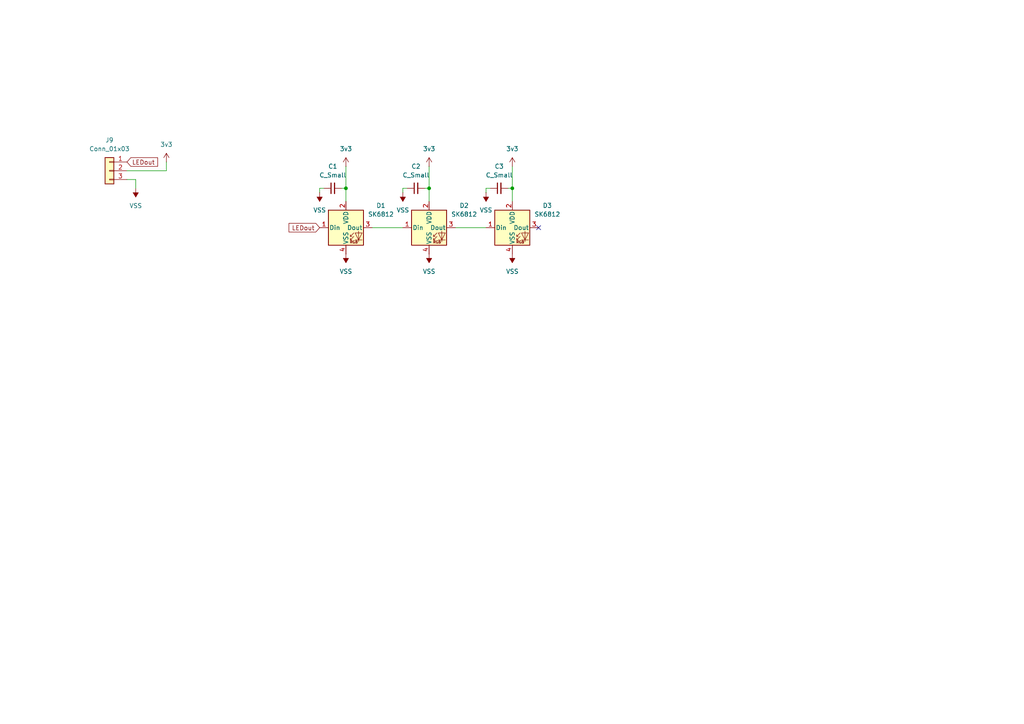
<source format=kicad_sch>
(kicad_sch
	(version 20250114)
	(generator "eeschema")
	(generator_version "9.0")
	(uuid "625436fa-612d-48e4-8c90-9e8e470b948e")
	(paper "A4")
	(lib_symbols
		(symbol "Connector_Generic:Conn_01x03"
			(pin_names
				(offset 1.016)
				(hide yes)
			)
			(exclude_from_sim no)
			(in_bom yes)
			(on_board yes)
			(property "Reference" "J"
				(at 0 5.08 0)
				(effects
					(font
						(size 1.27 1.27)
					)
				)
			)
			(property "Value" "Conn_01x03"
				(at 0 -5.08 0)
				(effects
					(font
						(size 1.27 1.27)
					)
				)
			)
			(property "Footprint" ""
				(at 0 0 0)
				(effects
					(font
						(size 1.27 1.27)
					)
					(hide yes)
				)
			)
			(property "Datasheet" "~"
				(at 0 0 0)
				(effects
					(font
						(size 1.27 1.27)
					)
					(hide yes)
				)
			)
			(property "Description" "Generic connector, single row, 01x03, script generated (kicad-library-utils/schlib/autogen/connector/)"
				(at 0 0 0)
				(effects
					(font
						(size 1.27 1.27)
					)
					(hide yes)
				)
			)
			(property "ki_keywords" "connector"
				(at 0 0 0)
				(effects
					(font
						(size 1.27 1.27)
					)
					(hide yes)
				)
			)
			(property "ki_fp_filters" "Connector*:*_1x??_*"
				(at 0 0 0)
				(effects
					(font
						(size 1.27 1.27)
					)
					(hide yes)
				)
			)
			(symbol "Conn_01x03_1_1"
				(rectangle
					(start -1.27 3.81)
					(end 1.27 -3.81)
					(stroke
						(width 0.254)
						(type default)
					)
					(fill
						(type background)
					)
				)
				(rectangle
					(start -1.27 2.667)
					(end 0 2.413)
					(stroke
						(width 0.1524)
						(type default)
					)
					(fill
						(type none)
					)
				)
				(rectangle
					(start -1.27 0.127)
					(end 0 -0.127)
					(stroke
						(width 0.1524)
						(type default)
					)
					(fill
						(type none)
					)
				)
				(rectangle
					(start -1.27 -2.413)
					(end 0 -2.667)
					(stroke
						(width 0.1524)
						(type default)
					)
					(fill
						(type none)
					)
				)
				(pin passive line
					(at -5.08 2.54 0)
					(length 3.81)
					(name "Pin_1"
						(effects
							(font
								(size 1.27 1.27)
							)
						)
					)
					(number "1"
						(effects
							(font
								(size 1.27 1.27)
							)
						)
					)
				)
				(pin passive line
					(at -5.08 0 0)
					(length 3.81)
					(name "Pin_2"
						(effects
							(font
								(size 1.27 1.27)
							)
						)
					)
					(number "2"
						(effects
							(font
								(size 1.27 1.27)
							)
						)
					)
				)
				(pin passive line
					(at -5.08 -2.54 0)
					(length 3.81)
					(name "Pin_3"
						(effects
							(font
								(size 1.27 1.27)
							)
						)
					)
					(number "3"
						(effects
							(font
								(size 1.27 1.27)
							)
						)
					)
				)
			)
			(embedded_fonts no)
		)
		(symbol "Device:C_Small"
			(pin_numbers
				(hide yes)
			)
			(pin_names
				(offset 0.254)
				(hide yes)
			)
			(exclude_from_sim no)
			(in_bom yes)
			(on_board yes)
			(property "Reference" "C"
				(at 0.254 1.778 0)
				(effects
					(font
						(size 1.27 1.27)
					)
					(justify left)
				)
			)
			(property "Value" "C_Small"
				(at 0.254 -2.032 0)
				(effects
					(font
						(size 1.27 1.27)
					)
					(justify left)
				)
			)
			(property "Footprint" ""
				(at 0 0 0)
				(effects
					(font
						(size 1.27 1.27)
					)
					(hide yes)
				)
			)
			(property "Datasheet" "~"
				(at 0 0 0)
				(effects
					(font
						(size 1.27 1.27)
					)
					(hide yes)
				)
			)
			(property "Description" "Unpolarized capacitor, small symbol"
				(at 0 0 0)
				(effects
					(font
						(size 1.27 1.27)
					)
					(hide yes)
				)
			)
			(property "ki_keywords" "capacitor cap"
				(at 0 0 0)
				(effects
					(font
						(size 1.27 1.27)
					)
					(hide yes)
				)
			)
			(property "ki_fp_filters" "C_*"
				(at 0 0 0)
				(effects
					(font
						(size 1.27 1.27)
					)
					(hide yes)
				)
			)
			(symbol "C_Small_0_1"
				(polyline
					(pts
						(xy -1.524 0.508) (xy 1.524 0.508)
					)
					(stroke
						(width 0.3048)
						(type default)
					)
					(fill
						(type none)
					)
				)
				(polyline
					(pts
						(xy -1.524 -0.508) (xy 1.524 -0.508)
					)
					(stroke
						(width 0.3302)
						(type default)
					)
					(fill
						(type none)
					)
				)
			)
			(symbol "C_Small_1_1"
				(pin passive line
					(at 0 2.54 270)
					(length 2.032)
					(name "~"
						(effects
							(font
								(size 1.27 1.27)
							)
						)
					)
					(number "1"
						(effects
							(font
								(size 1.27 1.27)
							)
						)
					)
				)
				(pin passive line
					(at 0 -2.54 90)
					(length 2.032)
					(name "~"
						(effects
							(font
								(size 1.27 1.27)
							)
						)
					)
					(number "2"
						(effects
							(font
								(size 1.27 1.27)
							)
						)
					)
				)
			)
			(embedded_fonts no)
		)
		(symbol "SK6812_Side:SK6812"
			(pin_names
				(offset 0.254)
			)
			(exclude_from_sim no)
			(in_bom yes)
			(on_board yes)
			(property "Reference" "D1"
				(at 10.16 6.4202 0)
				(effects
					(font
						(size 1.27 1.27)
					)
				)
			)
			(property "Value" "SK6812"
				(at 10.16 3.8802 0)
				(effects
					(font
						(size 1.27 1.27)
					)
				)
			)
			(property "Footprint" "UE_LED:SK6812SIDE-A-RVS"
				(at 1.27 -7.62 0)
				(effects
					(font
						(size 1.27 1.27)
					)
					(justify left top)
					(hide yes)
				)
			)
			(property "Datasheet" "https://cdn-shop.adafruit.com/product-files/1138/SK6812+LED+datasheet+.pdf"
				(at 2.54 -9.525 0)
				(effects
					(font
						(size 1.27 1.27)
					)
					(justify left top)
					(hide yes)
				)
			)
			(property "Description" "RGB LED with integrated controller"
				(at 0 0 0)
				(effects
					(font
						(size 1.27 1.27)
					)
					(hide yes)
				)
			)
			(property "ki_keywords" "RGB LED NeoPixel addressable"
				(at 0 0 0)
				(effects
					(font
						(size 1.27 1.27)
					)
					(hide yes)
				)
			)
			(property "ki_fp_filters" "LED*SK6812*PLCC*5.0x5.0mm*P3.2mm*"
				(at 0 0 0)
				(effects
					(font
						(size 1.27 1.27)
					)
					(hide yes)
				)
			)
			(symbol "SK6812_0_0"
				(text "RGB"
					(at 2.286 -4.191 0)
					(effects
						(font
							(size 0.762 0.762)
						)
					)
				)
			)
			(symbol "SK6812_0_1"
				(polyline
					(pts
						(xy 1.27 -2.54) (xy 1.778 -2.54)
					)
					(stroke
						(width 0)
						(type default)
					)
					(fill
						(type none)
					)
				)
				(polyline
					(pts
						(xy 1.27 -3.556) (xy 1.778 -3.556)
					)
					(stroke
						(width 0)
						(type default)
					)
					(fill
						(type none)
					)
				)
				(polyline
					(pts
						(xy 2.286 -1.524) (xy 1.27 -2.54) (xy 1.27 -2.032)
					)
					(stroke
						(width 0)
						(type default)
					)
					(fill
						(type none)
					)
				)
				(polyline
					(pts
						(xy 2.286 -2.54) (xy 1.27 -3.556) (xy 1.27 -3.048)
					)
					(stroke
						(width 0)
						(type default)
					)
					(fill
						(type none)
					)
				)
				(polyline
					(pts
						(xy 3.683 -1.016) (xy 3.683 -3.556) (xy 3.683 -4.064)
					)
					(stroke
						(width 0)
						(type default)
					)
					(fill
						(type none)
					)
				)
				(polyline
					(pts
						(xy 4.699 -1.524) (xy 2.667 -1.524) (xy 3.683 -3.556) (xy 4.699 -1.524)
					)
					(stroke
						(width 0)
						(type default)
					)
					(fill
						(type none)
					)
				)
				(polyline
					(pts
						(xy 4.699 -3.556) (xy 2.667 -3.556)
					)
					(stroke
						(width 0)
						(type default)
					)
					(fill
						(type none)
					)
				)
				(rectangle
					(start 5.08 5.08)
					(end -5.08 -5.08)
					(stroke
						(width 0.254)
						(type default)
					)
					(fill
						(type background)
					)
				)
			)
			(symbol "SK6812_1_1"
				(pin input line
					(at -7.62 0 0)
					(length 2.54)
					(name "Din"
						(effects
							(font
								(size 1.27 1.27)
							)
						)
					)
					(number "1"
						(effects
							(font
								(size 1.27 1.27)
							)
						)
					)
				)
				(pin power_in line
					(at 0 7.62 270)
					(length 2.54)
					(name "VDD"
						(effects
							(font
								(size 1.27 1.27)
							)
						)
					)
					(number "2"
						(effects
							(font
								(size 1.27 1.27)
							)
						)
					)
				)
				(pin power_in line
					(at 0 -7.62 90)
					(length 2.54)
					(name "VSS"
						(effects
							(font
								(size 1.27 1.27)
							)
						)
					)
					(number "4"
						(effects
							(font
								(size 1.27 1.27)
							)
						)
					)
				)
				(pin output line
					(at 7.62 0 180)
					(length 2.54)
					(name "Dout"
						(effects
							(font
								(size 1.27 1.27)
							)
						)
					)
					(number "3"
						(effects
							(font
								(size 1.27 1.27)
							)
						)
					)
				)
			)
			(embedded_fonts no)
		)
		(symbol "power:VCC"
			(power)
			(pin_numbers
				(hide yes)
			)
			(pin_names
				(offset 0)
				(hide yes)
			)
			(exclude_from_sim no)
			(in_bom yes)
			(on_board yes)
			(property "Reference" "#PWR"
				(at 0 -3.81 0)
				(effects
					(font
						(size 1.27 1.27)
					)
					(hide yes)
				)
			)
			(property "Value" "VCC"
				(at 0 3.556 0)
				(effects
					(font
						(size 1.27 1.27)
					)
				)
			)
			(property "Footprint" ""
				(at 0 0 0)
				(effects
					(font
						(size 1.27 1.27)
					)
					(hide yes)
				)
			)
			(property "Datasheet" ""
				(at 0 0 0)
				(effects
					(font
						(size 1.27 1.27)
					)
					(hide yes)
				)
			)
			(property "Description" "Power symbol creates a global label with name \"VCC\""
				(at 0 0 0)
				(effects
					(font
						(size 1.27 1.27)
					)
					(hide yes)
				)
			)
			(property "ki_keywords" "global power"
				(at 0 0 0)
				(effects
					(font
						(size 1.27 1.27)
					)
					(hide yes)
				)
			)
			(symbol "VCC_0_1"
				(polyline
					(pts
						(xy -0.762 1.27) (xy 0 2.54)
					)
					(stroke
						(width 0)
						(type default)
					)
					(fill
						(type none)
					)
				)
				(polyline
					(pts
						(xy 0 2.54) (xy 0.762 1.27)
					)
					(stroke
						(width 0)
						(type default)
					)
					(fill
						(type none)
					)
				)
				(polyline
					(pts
						(xy 0 0) (xy 0 2.54)
					)
					(stroke
						(width 0)
						(type default)
					)
					(fill
						(type none)
					)
				)
			)
			(symbol "VCC_1_1"
				(pin power_in line
					(at 0 0 90)
					(length 0)
					(name "~"
						(effects
							(font
								(size 1.27 1.27)
							)
						)
					)
					(number "1"
						(effects
							(font
								(size 1.27 1.27)
							)
						)
					)
				)
			)
			(embedded_fonts no)
		)
		(symbol "power:VSS"
			(power)
			(pin_numbers
				(hide yes)
			)
			(pin_names
				(offset 0)
				(hide yes)
			)
			(exclude_from_sim no)
			(in_bom yes)
			(on_board yes)
			(property "Reference" "#PWR"
				(at 0 -3.81 0)
				(effects
					(font
						(size 1.27 1.27)
					)
					(hide yes)
				)
			)
			(property "Value" "VSS"
				(at 0 3.556 0)
				(effects
					(font
						(size 1.27 1.27)
					)
				)
			)
			(property "Footprint" ""
				(at 0 0 0)
				(effects
					(font
						(size 1.27 1.27)
					)
					(hide yes)
				)
			)
			(property "Datasheet" ""
				(at 0 0 0)
				(effects
					(font
						(size 1.27 1.27)
					)
					(hide yes)
				)
			)
			(property "Description" "Power symbol creates a global label with name \"VSS\""
				(at 0 0 0)
				(effects
					(font
						(size 1.27 1.27)
					)
					(hide yes)
				)
			)
			(property "ki_keywords" "global power"
				(at 0 0 0)
				(effects
					(font
						(size 1.27 1.27)
					)
					(hide yes)
				)
			)
			(symbol "VSS_0_1"
				(polyline
					(pts
						(xy 0 0) (xy 0 2.54)
					)
					(stroke
						(width 0)
						(type default)
					)
					(fill
						(type none)
					)
				)
				(polyline
					(pts
						(xy 0.762 1.27) (xy -0.762 1.27) (xy 0 2.54) (xy 0.762 1.27)
					)
					(stroke
						(width 0)
						(type default)
					)
					(fill
						(type outline)
					)
				)
			)
			(symbol "VSS_1_1"
				(pin power_in line
					(at 0 0 90)
					(length 0)
					(name "~"
						(effects
							(font
								(size 1.27 1.27)
							)
						)
					)
					(number "1"
						(effects
							(font
								(size 1.27 1.27)
							)
						)
					)
				)
			)
			(embedded_fonts no)
		)
	)
	(junction
		(at 124.46 54.61)
		(diameter 0)
		(color 0 0 0 0)
		(uuid "59df384a-42fb-435e-b9cd-e16747db46f4")
	)
	(junction
		(at 100.33 54.61)
		(diameter 0)
		(color 0 0 0 0)
		(uuid "9632e189-3a3d-4a77-aed3-aad2735fd2a1")
	)
	(junction
		(at 148.59 54.61)
		(diameter 0)
		(color 0 0 0 0)
		(uuid "db8657d9-5d63-4154-bb48-5a5fc056d31d")
	)
	(no_connect
		(at 156.21 66.04)
		(uuid "190bd738-76ee-4dee-9919-e8d02d028fb4")
	)
	(wire
		(pts
			(xy 100.33 48.26) (xy 100.33 54.61)
		)
		(stroke
			(width 0)
			(type default)
		)
		(uuid "02d087ac-73a5-444f-9f58-9d42ca146dd4")
	)
	(wire
		(pts
			(xy 92.71 54.61) (xy 93.98 54.61)
		)
		(stroke
			(width 0)
			(type default)
		)
		(uuid "0a3c8f3f-dad8-46c6-a307-9565b12b3cd8")
	)
	(wire
		(pts
			(xy 48.26 46.99) (xy 48.26 49.53)
		)
		(stroke
			(width 0)
			(type default)
		)
		(uuid "1773d9ae-0bb6-486c-8acb-5cc9e3af7327")
	)
	(wire
		(pts
			(xy 147.32 54.61) (xy 148.59 54.61)
		)
		(stroke
			(width 0)
			(type default)
		)
		(uuid "3405d65d-195b-427c-9f4e-c0a962fbc927")
	)
	(wire
		(pts
			(xy 140.97 55.88) (xy 140.97 54.61)
		)
		(stroke
			(width 0)
			(type default)
		)
		(uuid "3835f991-84ef-42e3-b4e2-d04104755b86")
	)
	(wire
		(pts
			(xy 36.83 49.53) (xy 48.26 49.53)
		)
		(stroke
			(width 0)
			(type default)
		)
		(uuid "4ba806ba-eb6c-4b00-b914-9e1c5270a921")
	)
	(wire
		(pts
			(xy 92.71 55.88) (xy 92.71 54.61)
		)
		(stroke
			(width 0)
			(type default)
		)
		(uuid "4f54a16e-1056-4a53-b2c6-dc0c8ebcce62")
	)
	(wire
		(pts
			(xy 148.59 48.26) (xy 148.59 54.61)
		)
		(stroke
			(width 0)
			(type default)
		)
		(uuid "5052ede1-2561-42de-88f7-2c1af0f2bfdd")
	)
	(wire
		(pts
			(xy 132.08 66.04) (xy 140.97 66.04)
		)
		(stroke
			(width 0)
			(type default)
		)
		(uuid "54e8266f-0916-4c65-ac8a-f8591a565990")
	)
	(wire
		(pts
			(xy 100.33 54.61) (xy 100.33 58.42)
		)
		(stroke
			(width 0)
			(type default)
		)
		(uuid "6303afd3-ccfa-4eb3-aec8-8196ea92de43")
	)
	(wire
		(pts
			(xy 116.84 55.88) (xy 116.84 54.61)
		)
		(stroke
			(width 0)
			(type default)
		)
		(uuid "7b6a2e21-55d0-4c27-86f4-afcdda649247")
	)
	(wire
		(pts
			(xy 107.95 66.04) (xy 116.84 66.04)
		)
		(stroke
			(width 0)
			(type default)
		)
		(uuid "85e1daa2-f757-447d-8a98-e44f52b51bd4")
	)
	(wire
		(pts
			(xy 148.59 54.61) (xy 148.59 58.42)
		)
		(stroke
			(width 0)
			(type default)
		)
		(uuid "9ce5a49d-6842-4512-9570-051d51e61bc5")
	)
	(wire
		(pts
			(xy 124.46 54.61) (xy 124.46 58.42)
		)
		(stroke
			(width 0)
			(type default)
		)
		(uuid "9d31a3ea-1bee-41fd-9bcf-dbb194c1ae4b")
	)
	(wire
		(pts
			(xy 140.97 54.61) (xy 142.24 54.61)
		)
		(stroke
			(width 0)
			(type default)
		)
		(uuid "9ebb92f5-3f0d-460c-9ad7-6b4b2f2c4013")
	)
	(wire
		(pts
			(xy 39.37 54.61) (xy 39.37 52.07)
		)
		(stroke
			(width 0)
			(type default)
		)
		(uuid "a8d9b7db-2a8b-4770-b0df-e129eabb8ca6")
	)
	(wire
		(pts
			(xy 39.37 52.07) (xy 36.83 52.07)
		)
		(stroke
			(width 0)
			(type default)
		)
		(uuid "ac633593-2c49-428b-b9a2-c657baa2938a")
	)
	(wire
		(pts
			(xy 124.46 48.26) (xy 124.46 54.61)
		)
		(stroke
			(width 0)
			(type default)
		)
		(uuid "b4c6fbf0-e8b1-4f54-a2c1-45cebf28d192")
	)
	(wire
		(pts
			(xy 116.84 54.61) (xy 118.11 54.61)
		)
		(stroke
			(width 0)
			(type default)
		)
		(uuid "dc6a8cbc-04aa-4fdb-b304-8923feb0bfd6")
	)
	(wire
		(pts
			(xy 99.06 54.61) (xy 100.33 54.61)
		)
		(stroke
			(width 0)
			(type default)
		)
		(uuid "df046cf2-1f4f-48ee-bed9-3607e8621c63")
	)
	(wire
		(pts
			(xy 123.19 54.61) (xy 124.46 54.61)
		)
		(stroke
			(width 0)
			(type default)
		)
		(uuid "f93910e6-76a1-4365-ae92-cc6f5b40c201")
	)
	(global_label "LEDout"
		(shape input)
		(at 92.71 66.04 180)
		(fields_autoplaced yes)
		(effects
			(font
				(size 1.27 1.27)
			)
			(justify right)
		)
		(uuid "5eb81a0d-636c-4e09-8a1a-1f25773df2ab")
		(property "Intersheetrefs" "${INTERSHEET_REFS}"
			(at 83.254 66.04 0)
			(effects
				(font
					(size 1.27 1.27)
				)
				(justify right)
				(hide yes)
			)
		)
	)
	(global_label "LEDout"
		(shape input)
		(at 36.83 46.99 0)
		(fields_autoplaced yes)
		(effects
			(font
				(size 1.27 1.27)
			)
			(justify left)
		)
		(uuid "dbe24801-2037-4555-88ce-d2e97cbacced")
		(property "Intersheetrefs" "${INTERSHEET_REFS}"
			(at 46.286 46.99 0)
			(effects
				(font
					(size 1.27 1.27)
				)
				(justify left)
				(hide yes)
			)
		)
	)
	(symbol
		(lib_id "power:VCC")
		(at 100.33 48.26 0)
		(unit 1)
		(exclude_from_sim no)
		(in_bom yes)
		(on_board yes)
		(dnp no)
		(fields_autoplaced yes)
		(uuid "13cec3ec-7f15-44d3-8212-30616b9446d1")
		(property "Reference" "#PWR01"
			(at 100.33 52.07 0)
			(effects
				(font
					(size 1.27 1.27)
				)
				(hide yes)
			)
		)
		(property "Value" "3v3"
			(at 100.33 43.18 0)
			(effects
				(font
					(size 1.27 1.27)
				)
			)
		)
		(property "Footprint" ""
			(at 100.33 48.26 0)
			(effects
				(font
					(size 1.27 1.27)
				)
				(hide yes)
			)
		)
		(property "Datasheet" ""
			(at 100.33 48.26 0)
			(effects
				(font
					(size 1.27 1.27)
				)
				(hide yes)
			)
		)
		(property "Description" "Power symbol creates a global label with name \"VCC\""
			(at 100.33 48.26 0)
			(effects
				(font
					(size 1.27 1.27)
				)
				(hide yes)
			)
		)
		(pin "1"
			(uuid "e334645d-6eaa-46cb-90f2-064099cb39e5")
		)
		(instances
			(project "NeoSword_Toplight"
				(path "/625436fa-612d-48e4-8c90-9e8e470b948e"
					(reference "#PWR01")
					(unit 1)
				)
			)
		)
	)
	(symbol
		(lib_id "SK6812_Side:SK6812")
		(at 100.33 66.04 0)
		(unit 1)
		(exclude_from_sim no)
		(in_bom yes)
		(on_board yes)
		(dnp no)
		(fields_autoplaced yes)
		(uuid "174461de-c578-4027-8840-c25d4d474305")
		(property "Reference" "D1"
			(at 110.49 59.6198 0)
			(effects
				(font
					(size 1.27 1.27)
				)
			)
		)
		(property "Value" "SK6812"
			(at 110.49 62.1598 0)
			(effects
				(font
					(size 1.27 1.27)
				)
			)
		)
		(property "Footprint" "UE_LED:SK6812SIDE-A-RVS"
			(at 101.6 73.66 0)
			(effects
				(font
					(size 1.27 1.27)
				)
				(justify left top)
				(hide yes)
			)
		)
		(property "Datasheet" "https://cdn-shop.adafruit.com/product-files/1138/SK6812+LED+datasheet+.pdf"
			(at 102.87 75.565 0)
			(effects
				(font
					(size 1.27 1.27)
				)
				(justify left top)
				(hide yes)
			)
		)
		(property "Description" "RGB LED with integrated controller"
			(at 100.33 66.04 0)
			(effects
				(font
					(size 1.27 1.27)
				)
				(hide yes)
			)
		)
		(pin "1"
			(uuid "2d0d3d27-7938-4984-a4b8-cdd36c0da3c1")
		)
		(pin "4"
			(uuid "b5df821d-7b9c-4d3f-8195-4e8675241371")
		)
		(pin "3"
			(uuid "055a8916-2a1a-4a43-8641-468a11c9f385")
		)
		(pin "2"
			(uuid "ace0a9db-e033-41dd-9a62-23aeb32baa95")
		)
		(instances
			(project ""
				(path "/625436fa-612d-48e4-8c90-9e8e470b948e"
					(reference "D1")
					(unit 1)
				)
			)
		)
	)
	(symbol
		(lib_id "Connector_Generic:Conn_01x03")
		(at 31.75 49.53 0)
		(mirror y)
		(unit 1)
		(exclude_from_sim no)
		(in_bom yes)
		(on_board yes)
		(dnp no)
		(fields_autoplaced yes)
		(uuid "301f2a14-ea7e-4f87-a726-6a7cd460e67e")
		(property "Reference" "J9"
			(at 31.75 40.64 0)
			(effects
				(font
					(size 1.27 1.27)
				)
			)
		)
		(property "Value" "Conn_01x03"
			(at 31.75 43.18 0)
			(effects
				(font
					(size 1.27 1.27)
				)
			)
		)
		(property "Footprint" "Connector_PinHeader_2.54mm:PinHeader_1x03_P2.54mm_Vertical_SMD_Pin1Left"
			(at 31.75 49.53 0)
			(effects
				(font
					(size 1.27 1.27)
				)
				(hide yes)
			)
		)
		(property "Datasheet" "~"
			(at 31.75 49.53 0)
			(effects
				(font
					(size 1.27 1.27)
				)
				(hide yes)
			)
		)
		(property "Description" "Generic connector, single row, 01x03, script generated (kicad-library-utils/schlib/autogen/connector/)"
			(at 31.75 49.53 0)
			(effects
				(font
					(size 1.27 1.27)
				)
				(hide yes)
			)
		)
		(pin "1"
			(uuid "dac325e0-7850-4232-b7bc-0766dd95de1a")
		)
		(pin "2"
			(uuid "98a184b2-b728-4db0-a7ff-be120fe187dd")
		)
		(pin "3"
			(uuid "1fa1ad5c-ed95-4254-bfd9-ff2db9ab074b")
		)
		(instances
			(project "NeoSword_Toplight"
				(path "/625436fa-612d-48e4-8c90-9e8e470b948e"
					(reference "J9")
					(unit 1)
				)
			)
		)
	)
	(symbol
		(lib_id "power:VSS")
		(at 148.59 73.66 180)
		(unit 1)
		(exclude_from_sim no)
		(in_bom yes)
		(on_board yes)
		(dnp no)
		(fields_autoplaced yes)
		(uuid "3c59baf8-1b03-4337-ad7b-3f3c05efccb3")
		(property "Reference" "#PWR09"
			(at 148.59 69.85 0)
			(effects
				(font
					(size 1.27 1.27)
				)
				(hide yes)
			)
		)
		(property "Value" "VSS"
			(at 148.59 78.74 0)
			(effects
				(font
					(size 1.27 1.27)
				)
			)
		)
		(property "Footprint" ""
			(at 148.59 73.66 0)
			(effects
				(font
					(size 1.27 1.27)
				)
				(hide yes)
			)
		)
		(property "Datasheet" ""
			(at 148.59 73.66 0)
			(effects
				(font
					(size 1.27 1.27)
				)
				(hide yes)
			)
		)
		(property "Description" "Power symbol creates a global label with name \"VSS\""
			(at 148.59 73.66 0)
			(effects
				(font
					(size 1.27 1.27)
				)
				(hide yes)
			)
		)
		(pin "1"
			(uuid "47b7b087-5063-4fe1-9fb6-aa15f8357f97")
		)
		(instances
			(project "NeoSword_Toplight"
				(path "/625436fa-612d-48e4-8c90-9e8e470b948e"
					(reference "#PWR09")
					(unit 1)
				)
			)
		)
	)
	(symbol
		(lib_id "power:VCC")
		(at 124.46 48.26 0)
		(unit 1)
		(exclude_from_sim no)
		(in_bom yes)
		(on_board yes)
		(dnp no)
		(fields_autoplaced yes)
		(uuid "4b4ddd40-03c1-4b03-8e94-f5daf96d0bce")
		(property "Reference" "#PWR05"
			(at 124.46 52.07 0)
			(effects
				(font
					(size 1.27 1.27)
				)
				(hide yes)
			)
		)
		(property "Value" "3v3"
			(at 124.46 43.18 0)
			(effects
				(font
					(size 1.27 1.27)
				)
			)
		)
		(property "Footprint" ""
			(at 124.46 48.26 0)
			(effects
				(font
					(size 1.27 1.27)
				)
				(hide yes)
			)
		)
		(property "Datasheet" ""
			(at 124.46 48.26 0)
			(effects
				(font
					(size 1.27 1.27)
				)
				(hide yes)
			)
		)
		(property "Description" "Power symbol creates a global label with name \"VCC\""
			(at 124.46 48.26 0)
			(effects
				(font
					(size 1.27 1.27)
				)
				(hide yes)
			)
		)
		(pin "1"
			(uuid "d0f5c3bd-8cbf-4344-a4d3-82e7f6666baa")
		)
		(instances
			(project "NeoSword_Toplight"
				(path "/625436fa-612d-48e4-8c90-9e8e470b948e"
					(reference "#PWR05")
					(unit 1)
				)
			)
		)
	)
	(symbol
		(lib_id "Device:C_Small")
		(at 96.52 54.61 90)
		(unit 1)
		(exclude_from_sim no)
		(in_bom yes)
		(on_board yes)
		(dnp no)
		(fields_autoplaced yes)
		(uuid "4df277c6-265c-4e7f-8ba3-409c99ee2983")
		(property "Reference" "C1"
			(at 96.5263 48.26 90)
			(effects
				(font
					(size 1.27 1.27)
				)
			)
		)
		(property "Value" "C_Small"
			(at 96.5263 50.8 90)
			(effects
				(font
					(size 1.27 1.27)
				)
			)
		)
		(property "Footprint" "Capacitor_SMD:C_0805_2012Metric"
			(at 96.52 54.61 0)
			(effects
				(font
					(size 1.27 1.27)
				)
				(hide yes)
			)
		)
		(property "Datasheet" "~"
			(at 96.52 54.61 0)
			(effects
				(font
					(size 1.27 1.27)
				)
				(hide yes)
			)
		)
		(property "Description" "Unpolarized capacitor, small symbol"
			(at 96.52 54.61 0)
			(effects
				(font
					(size 1.27 1.27)
				)
				(hide yes)
			)
		)
		(pin "1"
			(uuid "3c70883e-2648-465a-a935-a76e8552d508")
		)
		(pin "2"
			(uuid "fe15f080-a6b3-421b-928c-64cb3d59df7d")
		)
		(instances
			(project ""
				(path "/625436fa-612d-48e4-8c90-9e8e470b948e"
					(reference "C1")
					(unit 1)
				)
			)
		)
	)
	(symbol
		(lib_id "SK6812_Side:SK6812")
		(at 148.59 66.04 0)
		(unit 1)
		(exclude_from_sim no)
		(in_bom yes)
		(on_board yes)
		(dnp no)
		(fields_autoplaced yes)
		(uuid "5924fbfa-7b88-4bd0-b709-9cbde9081b74")
		(property "Reference" "D3"
			(at 158.75 59.6198 0)
			(effects
				(font
					(size 1.27 1.27)
				)
			)
		)
		(property "Value" "SK6812"
			(at 158.75 62.1598 0)
			(effects
				(font
					(size 1.27 1.27)
				)
			)
		)
		(property "Footprint" "UE_LED:SK6812SIDE-A-RVS"
			(at 149.86 73.66 0)
			(effects
				(font
					(size 1.27 1.27)
				)
				(justify left top)
				(hide yes)
			)
		)
		(property "Datasheet" "https://cdn-shop.adafruit.com/product-files/1138/SK6812+LED+datasheet+.pdf"
			(at 151.13 75.565 0)
			(effects
				(font
					(size 1.27 1.27)
				)
				(justify left top)
				(hide yes)
			)
		)
		(property "Description" "RGB LED with integrated controller"
			(at 148.59 66.04 0)
			(effects
				(font
					(size 1.27 1.27)
				)
				(hide yes)
			)
		)
		(pin "1"
			(uuid "d06e5ee1-541e-4d44-84c5-eb0f83c1e18f")
		)
		(pin "4"
			(uuid "ef4611ca-9504-42d2-befd-6514c8982bec")
		)
		(pin "3"
			(uuid "f657f205-afd1-4bea-8065-0e78eac3eb88")
		)
		(pin "2"
			(uuid "2e80736f-77f4-4463-94ef-c8fd43417b62")
		)
		(instances
			(project "NeoSword_Toplight"
				(path "/625436fa-612d-48e4-8c90-9e8e470b948e"
					(reference "D3")
					(unit 1)
				)
			)
		)
	)
	(symbol
		(lib_id "SK6812_Side:SK6812")
		(at 124.46 66.04 0)
		(unit 1)
		(exclude_from_sim no)
		(in_bom yes)
		(on_board yes)
		(dnp no)
		(fields_autoplaced yes)
		(uuid "6af91d88-28c6-4c03-adb0-43c2b5e493c7")
		(property "Reference" "D2"
			(at 134.62 59.6198 0)
			(effects
				(font
					(size 1.27 1.27)
				)
			)
		)
		(property "Value" "SK6812"
			(at 134.62 62.1598 0)
			(effects
				(font
					(size 1.27 1.27)
				)
			)
		)
		(property "Footprint" "UE_LED:SK6812SIDE-A-RVS"
			(at 125.73 73.66 0)
			(effects
				(font
					(size 1.27 1.27)
				)
				(justify left top)
				(hide yes)
			)
		)
		(property "Datasheet" "https://cdn-shop.adafruit.com/product-files/1138/SK6812+LED+datasheet+.pdf"
			(at 127 75.565 0)
			(effects
				(font
					(size 1.27 1.27)
				)
				(justify left top)
				(hide yes)
			)
		)
		(property "Description" "RGB LED with integrated controller"
			(at 124.46 66.04 0)
			(effects
				(font
					(size 1.27 1.27)
				)
				(hide yes)
			)
		)
		(pin "1"
			(uuid "36dd0739-cf32-4701-a66e-6f14e7fcde13")
		)
		(pin "4"
			(uuid "48dd2f8d-3a63-4e13-872b-06971e186bc5")
		)
		(pin "3"
			(uuid "91f5e7ab-4532-4a4d-aa58-3b25ddfd2d3c")
		)
		(pin "2"
			(uuid "8a7f55f4-7d75-4a54-917e-509911ec471f")
		)
		(instances
			(project "NeoSword_Toplight"
				(path "/625436fa-612d-48e4-8c90-9e8e470b948e"
					(reference "D2")
					(unit 1)
				)
			)
		)
	)
	(symbol
		(lib_id "power:VSS")
		(at 140.97 55.88 180)
		(unit 1)
		(exclude_from_sim no)
		(in_bom yes)
		(on_board yes)
		(dnp no)
		(fields_autoplaced yes)
		(uuid "80c34996-c62c-4c55-9509-011b980a63e5")
		(property "Reference" "#PWR07"
			(at 140.97 52.07 0)
			(effects
				(font
					(size 1.27 1.27)
				)
				(hide yes)
			)
		)
		(property "Value" "VSS"
			(at 140.97 60.96 0)
			(effects
				(font
					(size 1.27 1.27)
				)
			)
		)
		(property "Footprint" ""
			(at 140.97 55.88 0)
			(effects
				(font
					(size 1.27 1.27)
				)
				(hide yes)
			)
		)
		(property "Datasheet" ""
			(at 140.97 55.88 0)
			(effects
				(font
					(size 1.27 1.27)
				)
				(hide yes)
			)
		)
		(property "Description" "Power symbol creates a global label with name \"VSS\""
			(at 140.97 55.88 0)
			(effects
				(font
					(size 1.27 1.27)
				)
				(hide yes)
			)
		)
		(pin "1"
			(uuid "6be87c32-60ee-4b27-b710-00ca82fb5ec8")
		)
		(instances
			(project "NeoSword_Toplight"
				(path "/625436fa-612d-48e4-8c90-9e8e470b948e"
					(reference "#PWR07")
					(unit 1)
				)
			)
		)
	)
	(symbol
		(lib_id "Device:C_Small")
		(at 144.78 54.61 90)
		(unit 1)
		(exclude_from_sim no)
		(in_bom yes)
		(on_board yes)
		(dnp no)
		(fields_autoplaced yes)
		(uuid "9284f052-85de-4ae7-9bad-a2a2d6ef0a0d")
		(property "Reference" "C3"
			(at 144.7863 48.26 90)
			(effects
				(font
					(size 1.27 1.27)
				)
			)
		)
		(property "Value" "C_Small"
			(at 144.7863 50.8 90)
			(effects
				(font
					(size 1.27 1.27)
				)
			)
		)
		(property "Footprint" "Capacitor_SMD:C_0805_2012Metric"
			(at 144.78 54.61 0)
			(effects
				(font
					(size 1.27 1.27)
				)
				(hide yes)
			)
		)
		(property "Datasheet" "~"
			(at 144.78 54.61 0)
			(effects
				(font
					(size 1.27 1.27)
				)
				(hide yes)
			)
		)
		(property "Description" "Unpolarized capacitor, small symbol"
			(at 144.78 54.61 0)
			(effects
				(font
					(size 1.27 1.27)
				)
				(hide yes)
			)
		)
		(pin "1"
			(uuid "e05c2ff2-6ff6-483b-89a8-d45813ef86b0")
		)
		(pin "2"
			(uuid "b2b29fd7-44bd-4a7e-b9c4-7f6bd9889595")
		)
		(instances
			(project "NeoSword_Toplight"
				(path "/625436fa-612d-48e4-8c90-9e8e470b948e"
					(reference "C3")
					(unit 1)
				)
			)
		)
	)
	(symbol
		(lib_id "power:VSS")
		(at 39.37 54.61 180)
		(unit 1)
		(exclude_from_sim no)
		(in_bom yes)
		(on_board yes)
		(dnp no)
		(fields_autoplaced yes)
		(uuid "a1fed1c8-1416-4d16-99c6-9ed6c97eb8df")
		(property "Reference" "#PWR044"
			(at 39.37 50.8 0)
			(effects
				(font
					(size 1.27 1.27)
				)
				(hide yes)
			)
		)
		(property "Value" "VSS"
			(at 39.37 59.69 0)
			(effects
				(font
					(size 1.27 1.27)
				)
			)
		)
		(property "Footprint" ""
			(at 39.37 54.61 0)
			(effects
				(font
					(size 1.27 1.27)
				)
				(hide yes)
			)
		)
		(property "Datasheet" ""
			(at 39.37 54.61 0)
			(effects
				(font
					(size 1.27 1.27)
				)
				(hide yes)
			)
		)
		(property "Description" "Power symbol creates a global label with name \"VSS\""
			(at 39.37 54.61 0)
			(effects
				(font
					(size 1.27 1.27)
				)
				(hide yes)
			)
		)
		(pin "1"
			(uuid "58d8f32b-fb72-4a01-a1bf-e583cde2a5eb")
		)
		(instances
			(project "NeoSword_Toplight"
				(path "/625436fa-612d-48e4-8c90-9e8e470b948e"
					(reference "#PWR044")
					(unit 1)
				)
			)
		)
	)
	(symbol
		(lib_id "power:VCC")
		(at 148.59 48.26 0)
		(unit 1)
		(exclude_from_sim no)
		(in_bom yes)
		(on_board yes)
		(dnp no)
		(fields_autoplaced yes)
		(uuid "b1fbf4a3-fa28-49c6-b474-afd2d4b9a82d")
		(property "Reference" "#PWR08"
			(at 148.59 52.07 0)
			(effects
				(font
					(size 1.27 1.27)
				)
				(hide yes)
			)
		)
		(property "Value" "3v3"
			(at 148.59 43.18 0)
			(effects
				(font
					(size 1.27 1.27)
				)
			)
		)
		(property "Footprint" ""
			(at 148.59 48.26 0)
			(effects
				(font
					(size 1.27 1.27)
				)
				(hide yes)
			)
		)
		(property "Datasheet" ""
			(at 148.59 48.26 0)
			(effects
				(font
					(size 1.27 1.27)
				)
				(hide yes)
			)
		)
		(property "Description" "Power symbol creates a global label with name \"VCC\""
			(at 148.59 48.26 0)
			(effects
				(font
					(size 1.27 1.27)
				)
				(hide yes)
			)
		)
		(pin "1"
			(uuid "debafc6b-eb6f-4c09-a9b1-5bfd9fe2bf37")
		)
		(instances
			(project "NeoSword_Toplight"
				(path "/625436fa-612d-48e4-8c90-9e8e470b948e"
					(reference "#PWR08")
					(unit 1)
				)
			)
		)
	)
	(symbol
		(lib_id "power:VSS")
		(at 100.33 73.66 180)
		(unit 1)
		(exclude_from_sim no)
		(in_bom yes)
		(on_board yes)
		(dnp no)
		(fields_autoplaced yes)
		(uuid "b6563428-14d6-4dab-8938-48037a220fc1")
		(property "Reference" "#PWR03"
			(at 100.33 69.85 0)
			(effects
				(font
					(size 1.27 1.27)
				)
				(hide yes)
			)
		)
		(property "Value" "VSS"
			(at 100.33 78.74 0)
			(effects
				(font
					(size 1.27 1.27)
				)
			)
		)
		(property "Footprint" ""
			(at 100.33 73.66 0)
			(effects
				(font
					(size 1.27 1.27)
				)
				(hide yes)
			)
		)
		(property "Datasheet" ""
			(at 100.33 73.66 0)
			(effects
				(font
					(size 1.27 1.27)
				)
				(hide yes)
			)
		)
		(property "Description" "Power symbol creates a global label with name \"VSS\""
			(at 100.33 73.66 0)
			(effects
				(font
					(size 1.27 1.27)
				)
				(hide yes)
			)
		)
		(pin "1"
			(uuid "0838c7a3-8926-4cba-97dc-0df480ce1cd4")
		)
		(instances
			(project "NeoSword_Toplight"
				(path "/625436fa-612d-48e4-8c90-9e8e470b948e"
					(reference "#PWR03")
					(unit 1)
				)
			)
		)
	)
	(symbol
		(lib_id "power:VCC")
		(at 48.26 46.99 0)
		(unit 1)
		(exclude_from_sim no)
		(in_bom yes)
		(on_board yes)
		(dnp no)
		(fields_autoplaced yes)
		(uuid "baa428af-8a8d-4dcd-81fa-bde29051533a")
		(property "Reference" "#PWR043"
			(at 48.26 50.8 0)
			(effects
				(font
					(size 1.27 1.27)
				)
				(hide yes)
			)
		)
		(property "Value" "3v3"
			(at 48.26 41.91 0)
			(effects
				(font
					(size 1.27 1.27)
				)
			)
		)
		(property "Footprint" ""
			(at 48.26 46.99 0)
			(effects
				(font
					(size 1.27 1.27)
				)
				(hide yes)
			)
		)
		(property "Datasheet" ""
			(at 48.26 46.99 0)
			(effects
				(font
					(size 1.27 1.27)
				)
				(hide yes)
			)
		)
		(property "Description" "Power symbol creates a global label with name \"VCC\""
			(at 48.26 46.99 0)
			(effects
				(font
					(size 1.27 1.27)
				)
				(hide yes)
			)
		)
		(pin "1"
			(uuid "c440e870-4335-4b7a-9e90-b003ea9316e4")
		)
		(instances
			(project "NeoSword_Toplight"
				(path "/625436fa-612d-48e4-8c90-9e8e470b948e"
					(reference "#PWR043")
					(unit 1)
				)
			)
		)
	)
	(symbol
		(lib_id "power:VSS")
		(at 116.84 55.88 180)
		(unit 1)
		(exclude_from_sim no)
		(in_bom yes)
		(on_board yes)
		(dnp no)
		(fields_autoplaced yes)
		(uuid "c240e8c3-e424-4408-9689-ac0239527904")
		(property "Reference" "#PWR04"
			(at 116.84 52.07 0)
			(effects
				(font
					(size 1.27 1.27)
				)
				(hide yes)
			)
		)
		(property "Value" "VSS"
			(at 116.84 60.96 0)
			(effects
				(font
					(size 1.27 1.27)
				)
			)
		)
		(property "Footprint" ""
			(at 116.84 55.88 0)
			(effects
				(font
					(size 1.27 1.27)
				)
				(hide yes)
			)
		)
		(property "Datasheet" ""
			(at 116.84 55.88 0)
			(effects
				(font
					(size 1.27 1.27)
				)
				(hide yes)
			)
		)
		(property "Description" "Power symbol creates a global label with name \"VSS\""
			(at 116.84 55.88 0)
			(effects
				(font
					(size 1.27 1.27)
				)
				(hide yes)
			)
		)
		(pin "1"
			(uuid "4e75f2f5-7b70-444d-8204-2d23433880cf")
		)
		(instances
			(project "NeoSword_Toplight"
				(path "/625436fa-612d-48e4-8c90-9e8e470b948e"
					(reference "#PWR04")
					(unit 1)
				)
			)
		)
	)
	(symbol
		(lib_id "power:VSS")
		(at 92.71 55.88 180)
		(unit 1)
		(exclude_from_sim no)
		(in_bom yes)
		(on_board yes)
		(dnp no)
		(fields_autoplaced yes)
		(uuid "d15a52df-8b40-404a-80fa-3fe757802d00")
		(property "Reference" "#PWR02"
			(at 92.71 52.07 0)
			(effects
				(font
					(size 1.27 1.27)
				)
				(hide yes)
			)
		)
		(property "Value" "VSS"
			(at 92.71 60.96 0)
			(effects
				(font
					(size 1.27 1.27)
				)
			)
		)
		(property "Footprint" ""
			(at 92.71 55.88 0)
			(effects
				(font
					(size 1.27 1.27)
				)
				(hide yes)
			)
		)
		(property "Datasheet" ""
			(at 92.71 55.88 0)
			(effects
				(font
					(size 1.27 1.27)
				)
				(hide yes)
			)
		)
		(property "Description" "Power symbol creates a global label with name \"VSS\""
			(at 92.71 55.88 0)
			(effects
				(font
					(size 1.27 1.27)
				)
				(hide yes)
			)
		)
		(pin "1"
			(uuid "8217b574-556d-4c0b-9c3c-c2a542e26d05")
		)
		(instances
			(project "NeoSword_Toplight"
				(path "/625436fa-612d-48e4-8c90-9e8e470b948e"
					(reference "#PWR02")
					(unit 1)
				)
			)
		)
	)
	(symbol
		(lib_id "Device:C_Small")
		(at 120.65 54.61 90)
		(unit 1)
		(exclude_from_sim no)
		(in_bom yes)
		(on_board yes)
		(dnp no)
		(fields_autoplaced yes)
		(uuid "ed53b497-637e-4259-8ce3-fc4010b12c3d")
		(property "Reference" "C2"
			(at 120.6563 48.26 90)
			(effects
				(font
					(size 1.27 1.27)
				)
			)
		)
		(property "Value" "C_Small"
			(at 120.6563 50.8 90)
			(effects
				(font
					(size 1.27 1.27)
				)
			)
		)
		(property "Footprint" "Capacitor_SMD:C_0805_2012Metric"
			(at 120.65 54.61 0)
			(effects
				(font
					(size 1.27 1.27)
				)
				(hide yes)
			)
		)
		(property "Datasheet" "~"
			(at 120.65 54.61 0)
			(effects
				(font
					(size 1.27 1.27)
				)
				(hide yes)
			)
		)
		(property "Description" "Unpolarized capacitor, small symbol"
			(at 120.65 54.61 0)
			(effects
				(font
					(size 1.27 1.27)
				)
				(hide yes)
			)
		)
		(pin "1"
			(uuid "099924cf-8e17-4802-b4a4-48cedc20a16a")
		)
		(pin "2"
			(uuid "3413c40c-3bf7-4923-b217-3a5c00c856e1")
		)
		(instances
			(project "NeoSword_Toplight"
				(path "/625436fa-612d-48e4-8c90-9e8e470b948e"
					(reference "C2")
					(unit 1)
				)
			)
		)
	)
	(symbol
		(lib_id "power:VSS")
		(at 124.46 73.66 180)
		(unit 1)
		(exclude_from_sim no)
		(in_bom yes)
		(on_board yes)
		(dnp no)
		(fields_autoplaced yes)
		(uuid "f3cefef5-4f72-44e4-82ae-c867ba25a2e0")
		(property "Reference" "#PWR06"
			(at 124.46 69.85 0)
			(effects
				(font
					(size 1.27 1.27)
				)
				(hide yes)
			)
		)
		(property "Value" "VSS"
			(at 124.46 78.74 0)
			(effects
				(font
					(size 1.27 1.27)
				)
			)
		)
		(property "Footprint" ""
			(at 124.46 73.66 0)
			(effects
				(font
					(size 1.27 1.27)
				)
				(hide yes)
			)
		)
		(property "Datasheet" ""
			(at 124.46 73.66 0)
			(effects
				(font
					(size 1.27 1.27)
				)
				(hide yes)
			)
		)
		(property "Description" "Power symbol creates a global label with name \"VSS\""
			(at 124.46 73.66 0)
			(effects
				(font
					(size 1.27 1.27)
				)
				(hide yes)
			)
		)
		(pin "1"
			(uuid "9b3e9f03-3bf7-4ba6-8d75-3be42be7292e")
		)
		(instances
			(project "NeoSword_Toplight"
				(path "/625436fa-612d-48e4-8c90-9e8e470b948e"
					(reference "#PWR06")
					(unit 1)
				)
			)
		)
	)
	(sheet_instances
		(path "/"
			(page "1")
		)
	)
	(embedded_fonts no)
)

</source>
